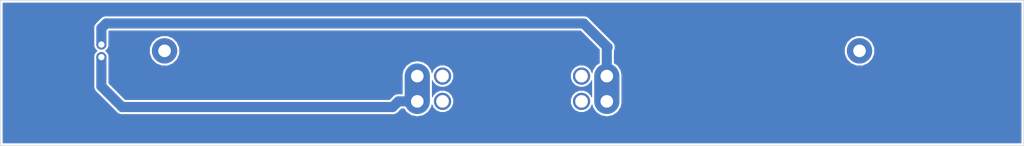
<source format=kicad_pcb>
(kicad_pcb (version 20171130) (host pcbnew 5.0.1-33cea8e~68~ubuntu16.04.1)

  (general
    (thickness 1.6)
    (drawings 7)
    (tracks 25)
    (zones 0)
    (modules 0)
    (nets 1)
  )

  (page A4)
  (layers
    (0 F.Cu signal)
    (31 B.Cu signal)
    (32 B.Adhes user)
    (33 F.Adhes user)
    (34 B.Paste user)
    (35 F.Paste user)
    (36 B.SilkS user)
    (37 F.SilkS user)
    (38 B.Mask user)
    (39 F.Mask user)
    (40 Dwgs.User user)
    (41 Cmts.User user)
    (42 Eco1.User user)
    (43 Eco2.User user)
    (44 Edge.Cuts user)
    (45 Margin user)
    (46 B.CrtYd user)
    (47 F.CrtYd user)
    (48 B.Fab user)
    (49 F.Fab user)
  )

  (setup
    (last_trace_width 2.54)
    (user_trace_width 2.54)
    (user_trace_width 6.35)
    (trace_clearance 0.2)
    (zone_clearance 0.508)
    (zone_45_only no)
    (trace_min 0.2)
    (segment_width 0.2)
    (edge_width 0.15)
    (via_size 0.8)
    (via_drill 0.4)
    (via_min_size 0.4)
    (via_min_drill 0.3)
    (uvia_size 0.3)
    (uvia_drill 0.1)
    (uvias_allowed no)
    (uvia_min_size 0.2)
    (uvia_min_drill 0.1)
    (pcb_text_width 0.3)
    (pcb_text_size 1.5 1.5)
    (mod_edge_width 0.15)
    (mod_text_size 1 1)
    (mod_text_width 0.15)
    (pad_size 1.524 1.524)
    (pad_drill 0.762)
    (pad_to_mask_clearance 0.051)
    (solder_mask_min_width 0.25)
    (aux_axis_origin 0 0)
    (visible_elements FFFFFF7F)
    (pcbplotparams
      (layerselection 0x01000_ffffffff)
      (usegerberextensions false)
      (usegerberattributes false)
      (usegerberadvancedattributes false)
      (creategerberjobfile false)
      (excludeedgelayer true)
      (linewidth 0.100000)
      (plotframeref false)
      (viasonmask false)
      (mode 1)
      (useauxorigin false)
      (hpglpennumber 1)
      (hpglpenspeed 20)
      (hpglpendiameter 15.000000)
      (psnegative false)
      (psa4output false)
      (plotreference false)
      (plotvalue false)
      (plotinvisibletext false)
      (padsonsilk false)
      (subtractmaskfromsilk false)
      (outputformat 1)
      (mirror false)
      (drillshape 0)
      (scaleselection 1)
      (outputdirectory "/home/labfe00/Documents/PCB/29-05-2021/gerberFiles/"))
  )

  (net 0 "")

  (net_class Default "This is the default net class."
    (clearance 0.2)
    (trace_width 0.25)
    (via_dia 0.8)
    (via_drill 0.4)
    (uvia_dia 0.3)
    (uvia_drill 0.1)
  )

  (gr_line (start 282.575 53.69266) (end 25.4 53.69266) (layer Edge.Cuts) (width 0.15))
  (gr_line (start 282.575 17.18016) (end 282.575 53.69266) (layer Edge.Cuts) (width 0.15))
  (gr_line (start 25.4 17.18016) (end 282.575 17.18016) (layer Edge.Cuts) (width 0.15))
  (gr_line (start 25.4 17.19286) (end 25.4 17.18016) (layer Edge.Cuts) (width 0.15))
  (gr_line (start 25.4 17.37066) (end 25.4 17.19286) (layer Edge.Cuts) (width 0.15))
  (gr_line (start 25.4 18.13266) (end 25.4 17.37066) (layer Edge.Cuts) (width 0.15))
  (gr_line (start 25.4 53.69266) (end 25.4 18.13266) (layer Edge.Cuts) (width 0.15))

  (via (at 50.8 28.29266) (size 2.54) (drill 1.5748) (layers F.Cu B.Cu) (net 0))
  (via (at 50.8 31.46766) (size 2.54) (drill 1.5748) (layers F.Cu B.Cu) (net 0))
  (via (at 66.675 29.88016) (size 6.35) (drill 3.175) (layers F.Cu B.Cu) (net 0))
  (via (at 130.175 42.58016) (size 4.318) (drill 3.175) (layers F.Cu B.Cu) (net 0))
  (via (at 130.175 36.23016) (size 4.318) (drill 3.175) (layers F.Cu B.Cu) (net 0) (tstamp 60B60103))
  (via (at 136.525 42.58016) (size 4.318) (drill 3.175) (layers F.Cu B.Cu) (net 0) (tstamp 60B6039B))
  (via (at 136.525 36.23016) (size 4.318) (drill 3.175) (layers F.Cu B.Cu) (net 0) (tstamp 60B60846))
  (via (at 177.8 42.58016) (size 4.318) (drill 3.175) (layers F.Cu B.Cu) (net 0) (tstamp 60B608F9))
  (via (at 177.8 36.23016) (size 4.318) (drill 3.175) (layers F.Cu B.Cu) (net 0) (tstamp 60B608FA))
  (via (at 171.45 42.58016) (size 4.318) (drill 3.175) (layers F.Cu B.Cu) (net 0) (tstamp 60B608FB))
  (via (at 171.45 36.23016) (size 4.318) (drill 3.175) (layers F.Cu B.Cu) (net 0) (tstamp 60B608FC))
  (via (at 241.3 29.88016) (size 6.35) (drill 3.175) (layers F.Cu B.Cu) (net 0) (tstamp 60B6198F))
  (segment (start 130.175 36.23016) (end 130.175 42.58016) (width 6.35) (layer B.Cu) (net 0))
  (segment (start 177.8 36.23016) (end 177.8 42.58016) (width 6.35) (layer B.Cu) (net 0))
  (segment (start 50.8 31.46766) (end 50.8 38.8) (width 2.54) (layer B.Cu) (net 0))
  (segment (start 50.8 38.8) (end 56 44) (width 2.54) (layer B.Cu) (net 0))
  (segment (start 56 44) (end 124 44) (width 2.54) (layer B.Cu) (net 0))
  (segment (start 125.41984 42.58016) (end 130.175 42.58016) (width 2.54) (layer B.Cu) (net 0))
  (segment (start 124 44) (end 125.41984 42.58016) (width 2.54) (layer B.Cu) (net 0))
  (segment (start 178 29) (end 177.8 29.2) (width 2.54) (layer B.Cu) (net 0))
  (segment (start 177.8 29.2) (end 177.8 36.23016) (width 2.54) (layer B.Cu) (net 0))
  (segment (start 50.8 28.29266) (end 50.8 24.2) (width 2.54) (layer B.Cu) (net 0))
  (segment (start 50.8 24.2) (end 52 23) (width 2.54) (layer B.Cu) (net 0))
  (segment (start 52 23) (end 172 23) (width 2.54) (layer B.Cu) (net 0))
  (segment (start 172 23) (end 178 29) (width 2.54) (layer B.Cu) (net 0))

  (zone (net 0) (net_name "") (layer B.Cu) (tstamp 60B6842A) (hatch edge 0.508)
    (connect_pads (clearance 0.508))
    (min_thickness 0.254)
    (fill yes (arc_segments 16) (thermal_gap 0.508) (thermal_bridge_width 0.508))
    (polygon
      (pts
        (xy 25.4127 17.1831) (xy 282.575 17.1831) (xy 282.575 53.6956) (xy 25.4 53.6829)
      )
    )
    (filled_polygon
      (pts
        (xy 281.865001 52.98266) (xy 26.11 52.98266) (xy 26.11 24.2) (xy 48.85768 24.2) (xy 48.895001 24.387625)
        (xy 48.895 27.913732) (xy 48.895 28.671588) (xy 48.968208 28.848328) (xy 49.005529 29.035953) (xy 49.11181 29.195013)
        (xy 49.185019 29.371756) (xy 49.320292 29.507029) (xy 49.426572 29.666088) (xy 49.585631 29.772368) (xy 49.693423 29.88016)
        (xy 49.585631 29.987952) (xy 49.426572 30.094232) (xy 49.320292 30.253291) (xy 49.185019 30.388564) (xy 49.11181 30.565307)
        (xy 49.005529 30.724367) (xy 48.968208 30.911992) (xy 48.895 31.088732) (xy 48.895 31.280035) (xy 48.895001 38.612374)
        (xy 48.85768 38.8) (xy 49.00553 39.543294) (xy 49.32029 40.014366) (xy 49.320293 40.014369) (xy 49.426573 40.173428)
        (xy 49.585632 40.279708) (xy 54.520292 45.214369) (xy 54.626572 45.373428) (xy 54.785631 45.479708) (xy 54.785633 45.47971)
        (xy 55.256705 45.794471) (xy 55.374928 45.817987) (xy 55.812374 45.905) (xy 55.812378 45.905) (xy 56 45.94232)
        (xy 56.187622 45.905) (xy 123.812379 45.905) (xy 124 45.94232) (xy 124.187621 45.905) (xy 124.187626 45.905)
        (xy 124.743294 45.794471) (xy 125.373428 45.373428) (xy 125.47971 45.214366) (xy 126.208917 44.48516) (xy 126.865634 44.48516)
        (xy 127.428144 45.327017) (xy 128.688413 46.169101) (xy 130.175 46.464802) (xy 131.661588 46.169101) (xy 132.921857 45.327017)
        (xy 133.763941 44.066748) (xy 133.878339 43.49163) (xy 134.156361 44.162834) (xy 134.942326 44.948799) (xy 135.969239 45.37416)
        (xy 137.080761 45.37416) (xy 138.107674 44.948799) (xy 138.893639 44.162834) (xy 139.319 43.135921) (xy 139.319 42.024399)
        (xy 138.893639 40.997486) (xy 138.107674 40.211521) (xy 137.080761 39.78616) (xy 135.969239 39.78616) (xy 134.942326 40.211521)
        (xy 134.156361 40.997486) (xy 133.985 41.411188) (xy 133.985 37.399132) (xy 134.156361 37.812834) (xy 134.942326 38.598799)
        (xy 135.969239 39.02416) (xy 137.080761 39.02416) (xy 138.107674 38.598799) (xy 138.893639 37.812834) (xy 139.319 36.785921)
        (xy 139.319 35.674399) (xy 138.893639 34.647486) (xy 138.107674 33.861521) (xy 137.080761 33.43616) (xy 135.969239 33.43616)
        (xy 134.942326 33.861521) (xy 134.156361 34.647486) (xy 133.878339 35.31869) (xy 133.763941 34.743572) (xy 132.921857 33.483303)
        (xy 131.661587 32.641219) (xy 130.175 32.345518) (xy 128.688412 32.641219) (xy 127.428143 33.483303) (xy 126.586059 34.743573)
        (xy 126.365 35.854911) (xy 126.365001 40.67516) (xy 125.607461 40.67516) (xy 125.41984 40.63784) (xy 125.232219 40.67516)
        (xy 125.232214 40.67516) (xy 124.676546 40.785689) (xy 124.676544 40.78569) (xy 124.676545 40.78569) (xy 124.205473 41.10045)
        (xy 124.205471 41.100452) (xy 124.046412 41.206732) (xy 123.940132 41.365792) (xy 123.210924 42.095) (xy 56.789077 42.095)
        (xy 52.705 38.010924) (xy 52.705 31.088732) (xy 52.631792 30.911993) (xy 52.594471 30.724366) (xy 52.488189 30.565305)
        (xy 52.414981 30.388564) (xy 52.279708 30.253291) (xy 52.173428 30.094232) (xy 52.014369 29.987952) (xy 51.906577 29.88016)
        (xy 52.014369 29.772368) (xy 52.173428 29.666088) (xy 52.279708 29.507029) (xy 52.414981 29.371756) (xy 52.488189 29.195015)
        (xy 52.536773 29.122304) (xy 62.865 29.122304) (xy 62.865 30.638016) (xy 63.445038 32.038351) (xy 64.516809 33.110122)
        (xy 65.917144 33.69016) (xy 67.432856 33.69016) (xy 68.833191 33.110122) (xy 69.904962 32.038351) (xy 70.485 30.638016)
        (xy 70.485 29.122304) (xy 69.904962 27.721969) (xy 68.833191 26.650198) (xy 67.432856 26.07016) (xy 65.917144 26.07016)
        (xy 64.516809 26.650198) (xy 63.445038 27.721969) (xy 62.865 29.122304) (xy 52.536773 29.122304) (xy 52.594471 29.035954)
        (xy 52.631792 28.848327) (xy 52.705 28.671588) (xy 52.705 24.989076) (xy 52.789075 24.905) (xy 171.210924 24.905)
        (xy 175.895 29.589077) (xy 175.895001 32.920792) (xy 175.053143 33.483303) (xy 174.211059 34.743573) (xy 174.096661 35.31869)
        (xy 173.818639 34.647486) (xy 173.032674 33.861521) (xy 172.005761 33.43616) (xy 170.894239 33.43616) (xy 169.867326 33.861521)
        (xy 169.081361 34.647486) (xy 168.656 35.674399) (xy 168.656 36.785921) (xy 169.081361 37.812834) (xy 169.867326 38.598799)
        (xy 170.894239 39.02416) (xy 172.005761 39.02416) (xy 173.032674 38.598799) (xy 173.818639 37.812834) (xy 173.99 37.399132)
        (xy 173.990001 41.41119) (xy 173.818639 40.997486) (xy 173.032674 40.211521) (xy 172.005761 39.78616) (xy 170.894239 39.78616)
        (xy 169.867326 40.211521) (xy 169.081361 40.997486) (xy 168.656 42.024399) (xy 168.656 43.135921) (xy 169.081361 44.162834)
        (xy 169.867326 44.948799) (xy 170.894239 45.37416) (xy 172.005761 45.37416) (xy 173.032674 44.948799) (xy 173.818639 44.162834)
        (xy 174.096661 43.491628) (xy 174.21106 44.066748) (xy 175.053144 45.327017) (xy 176.313413 46.169101) (xy 177.8 46.464802)
        (xy 179.286588 46.169101) (xy 180.546857 45.327017) (xy 181.388941 44.066748) (xy 181.61 42.95541) (xy 181.61 35.85491)
        (xy 181.388941 34.743572) (xy 180.546857 33.483303) (xy 179.705 32.920793) (xy 179.705 29.877196) (xy 179.794471 29.743294)
        (xy 179.917992 29.122304) (xy 237.49 29.122304) (xy 237.49 30.638016) (xy 238.070038 32.038351) (xy 239.141809 33.110122)
        (xy 240.542144 33.69016) (xy 242.057856 33.69016) (xy 243.458191 33.110122) (xy 244.529962 32.038351) (xy 245.11 30.638016)
        (xy 245.11 29.122304) (xy 244.529962 27.721969) (xy 243.458191 26.650198) (xy 242.057856 26.07016) (xy 240.542144 26.07016)
        (xy 239.141809 26.650198) (xy 238.070038 27.721969) (xy 237.49 29.122304) (xy 179.917992 29.122304) (xy 179.94232 29)
        (xy 179.794471 28.256706) (xy 179.373428 27.626572) (xy 179.214369 27.520292) (xy 173.47971 21.785634) (xy 173.373428 21.626572)
        (xy 172.743294 21.205529) (xy 172.187626 21.095) (xy 172.187621 21.095) (xy 172 21.05768) (xy 171.812379 21.095)
        (xy 52.18762 21.095) (xy 51.999999 21.05768) (xy 51.812378 21.095) (xy 51.812374 21.095) (xy 51.256706 21.205529)
        (xy 50.626572 21.626572) (xy 50.520288 21.785637) (xy 49.585633 22.720291) (xy 49.426573 22.826572) (xy 49.320293 22.985631)
        (xy 49.32029 22.985634) (xy 49.00553 23.456706) (xy 48.85768 24.2) (xy 26.11 24.2) (xy 26.11 17.89016)
        (xy 281.865 17.89016)
      )
    )
  )
)

</source>
